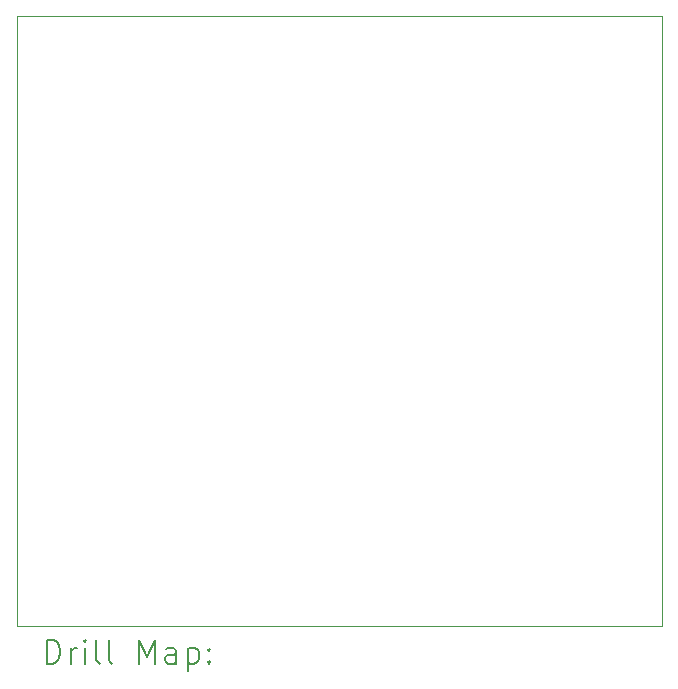
<source format=gbr>
%TF.GenerationSoftware,KiCad,Pcbnew,7.0.10*%
%TF.CreationDate,2024-04-22T16:43:45-07:00*%
%TF.ProjectId,powerAmp,706f7765-7241-46d7-902e-6b696361645f,rev?*%
%TF.SameCoordinates,Original*%
%TF.FileFunction,Drillmap*%
%TF.FilePolarity,Positive*%
%FSLAX45Y45*%
G04 Gerber Fmt 4.5, Leading zero omitted, Abs format (unit mm)*
G04 Created by KiCad (PCBNEW 7.0.10) date 2024-04-22 16:43:45*
%MOMM*%
%LPD*%
G01*
G04 APERTURE LIST*
%ADD10C,0.100000*%
%ADD11C,0.200000*%
G04 APERTURE END LIST*
D10*
X6540500Y-8363500D02*
X12003000Y-8363500D01*
X12003000Y-13525500D01*
X6540500Y-13525500D01*
X6540500Y-8363500D01*
D11*
X6796277Y-13841984D02*
X6796277Y-13641984D01*
X6796277Y-13641984D02*
X6843896Y-13641984D01*
X6843896Y-13641984D02*
X6872467Y-13651508D01*
X6872467Y-13651508D02*
X6891515Y-13670555D01*
X6891515Y-13670555D02*
X6901039Y-13689603D01*
X6901039Y-13689603D02*
X6910562Y-13727698D01*
X6910562Y-13727698D02*
X6910562Y-13756269D01*
X6910562Y-13756269D02*
X6901039Y-13794365D01*
X6901039Y-13794365D02*
X6891515Y-13813412D01*
X6891515Y-13813412D02*
X6872467Y-13832460D01*
X6872467Y-13832460D02*
X6843896Y-13841984D01*
X6843896Y-13841984D02*
X6796277Y-13841984D01*
X6996277Y-13841984D02*
X6996277Y-13708650D01*
X6996277Y-13746746D02*
X7005801Y-13727698D01*
X7005801Y-13727698D02*
X7015324Y-13718174D01*
X7015324Y-13718174D02*
X7034372Y-13708650D01*
X7034372Y-13708650D02*
X7053420Y-13708650D01*
X7120086Y-13841984D02*
X7120086Y-13708650D01*
X7120086Y-13641984D02*
X7110562Y-13651508D01*
X7110562Y-13651508D02*
X7120086Y-13661031D01*
X7120086Y-13661031D02*
X7129610Y-13651508D01*
X7129610Y-13651508D02*
X7120086Y-13641984D01*
X7120086Y-13641984D02*
X7120086Y-13661031D01*
X7243896Y-13841984D02*
X7224848Y-13832460D01*
X7224848Y-13832460D02*
X7215324Y-13813412D01*
X7215324Y-13813412D02*
X7215324Y-13641984D01*
X7348658Y-13841984D02*
X7329610Y-13832460D01*
X7329610Y-13832460D02*
X7320086Y-13813412D01*
X7320086Y-13813412D02*
X7320086Y-13641984D01*
X7577229Y-13841984D02*
X7577229Y-13641984D01*
X7577229Y-13641984D02*
X7643896Y-13784841D01*
X7643896Y-13784841D02*
X7710562Y-13641984D01*
X7710562Y-13641984D02*
X7710562Y-13841984D01*
X7891515Y-13841984D02*
X7891515Y-13737222D01*
X7891515Y-13737222D02*
X7881991Y-13718174D01*
X7881991Y-13718174D02*
X7862943Y-13708650D01*
X7862943Y-13708650D02*
X7824848Y-13708650D01*
X7824848Y-13708650D02*
X7805801Y-13718174D01*
X7891515Y-13832460D02*
X7872467Y-13841984D01*
X7872467Y-13841984D02*
X7824848Y-13841984D01*
X7824848Y-13841984D02*
X7805801Y-13832460D01*
X7805801Y-13832460D02*
X7796277Y-13813412D01*
X7796277Y-13813412D02*
X7796277Y-13794365D01*
X7796277Y-13794365D02*
X7805801Y-13775317D01*
X7805801Y-13775317D02*
X7824848Y-13765793D01*
X7824848Y-13765793D02*
X7872467Y-13765793D01*
X7872467Y-13765793D02*
X7891515Y-13756269D01*
X7986753Y-13708650D02*
X7986753Y-13908650D01*
X7986753Y-13718174D02*
X8005801Y-13708650D01*
X8005801Y-13708650D02*
X8043896Y-13708650D01*
X8043896Y-13708650D02*
X8062943Y-13718174D01*
X8062943Y-13718174D02*
X8072467Y-13727698D01*
X8072467Y-13727698D02*
X8081991Y-13746746D01*
X8081991Y-13746746D02*
X8081991Y-13803888D01*
X8081991Y-13803888D02*
X8072467Y-13822936D01*
X8072467Y-13822936D02*
X8062943Y-13832460D01*
X8062943Y-13832460D02*
X8043896Y-13841984D01*
X8043896Y-13841984D02*
X8005801Y-13841984D01*
X8005801Y-13841984D02*
X7986753Y-13832460D01*
X8167705Y-13822936D02*
X8177229Y-13832460D01*
X8177229Y-13832460D02*
X8167705Y-13841984D01*
X8167705Y-13841984D02*
X8158182Y-13832460D01*
X8158182Y-13832460D02*
X8167705Y-13822936D01*
X8167705Y-13822936D02*
X8167705Y-13841984D01*
X8167705Y-13718174D02*
X8177229Y-13727698D01*
X8177229Y-13727698D02*
X8167705Y-13737222D01*
X8167705Y-13737222D02*
X8158182Y-13727698D01*
X8158182Y-13727698D02*
X8167705Y-13718174D01*
X8167705Y-13718174D02*
X8167705Y-13737222D01*
M02*

</source>
